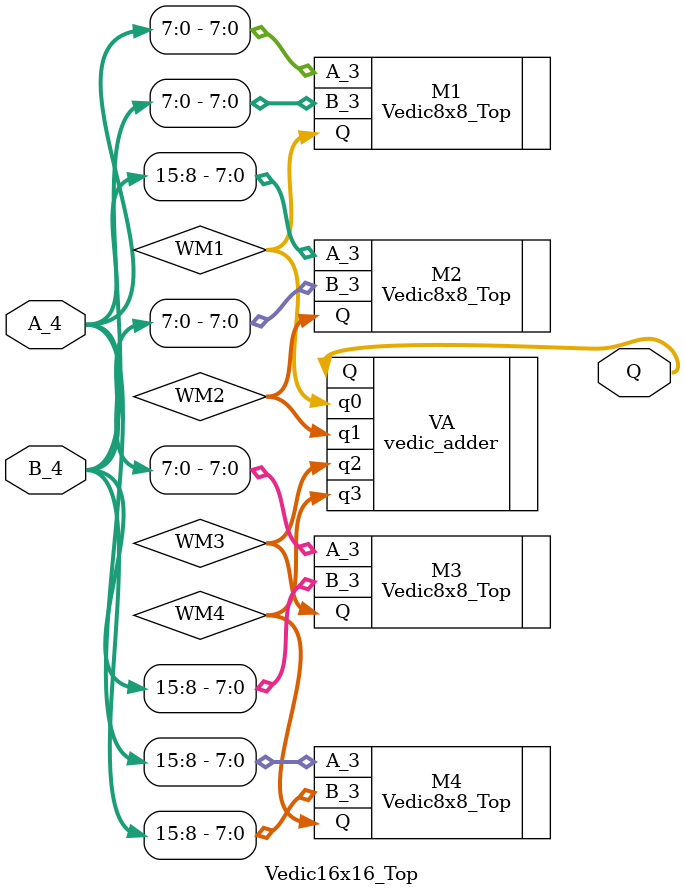
<source format=v>
module Vedic16x16_Top(

input         [15:0] A_4,
input         [15:0] B_4,
output        [31:0] Q

);


//internal signals(4output wires 2x2mul)

wire  [15:0]      WM1;
wire  [15:0]      WM2;
wire  [15:0]      WM3;
wire  [15:0]      WM4;


Vedic8x8_Top M1                  (.A_3(A_4[7:0]),.B_3(B_4[7:0]),.Q(WM1));

Vedic8x8_Top M2                  (.A_3(A_4[15:8]),.B_3(B_4[7:0]),.Q(WM2));

Vedic8x8_Top M3                  (.A_3(A_4[7:0]),.B_3(B_4[15:8]),.Q(WM3));

Vedic8x8_Top M4                  (.A_3(A_4[15:8]),.B_3(B_4[15:8]),.Q(WM4));

vedic_adder #(.MUL_Size(16))  VA     (.q0(WM1),.q1(WM2),.q2(WM3),.q3(WM4),.Q(Q));

endmodule
</source>
